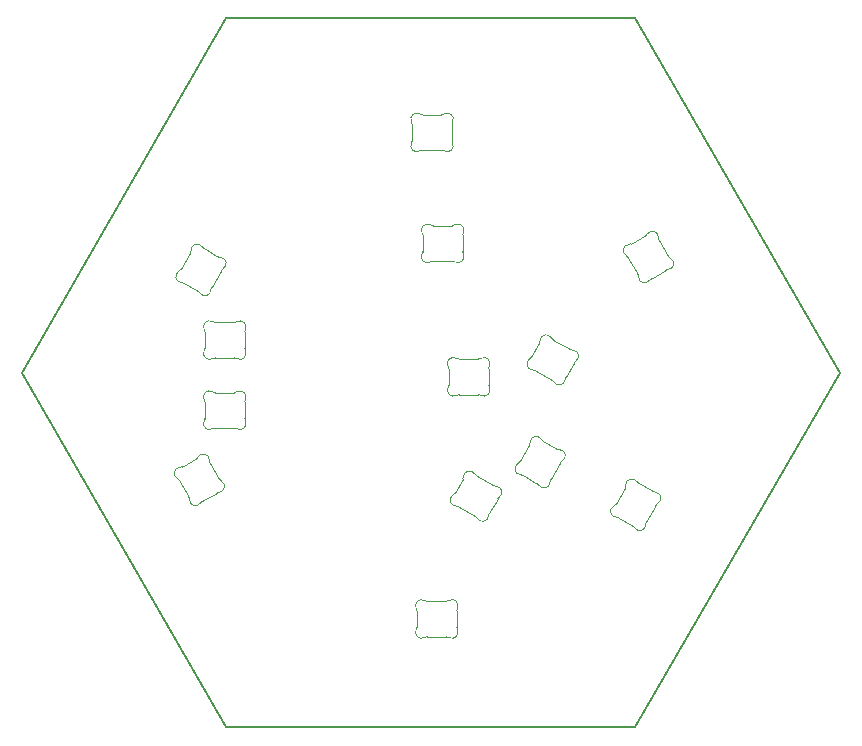
<source format=gbr>
%TF.GenerationSoftware,KiCad,Pcbnew,8.0.8*%
%TF.CreationDate,2025-04-07T13:45:20-04:00*%
%TF.ProjectId,pcb_tile_game_tile_ssa,7063625f-7469-46c6-955f-67616d655f74,1.0*%
%TF.SameCoordinates,Original*%
%TF.FileFunction,Profile,NP*%
%FSLAX46Y46*%
G04 Gerber Fmt 4.6, Leading zero omitted, Abs format (unit mm)*
G04 Created by KiCad (PCBNEW 8.0.8) date 2025-04-07 13:45:20*
%MOMM*%
%LPD*%
G01*
G04 APERTURE LIST*
%TA.AperFunction,Profile*%
%ADD10C,0.200000*%
%TD*%
%TA.AperFunction,Profile*%
%ADD11C,0.100000*%
%TD*%
G04 APERTURE END LIST*
D10*
X122739492Y-110000000D02*
X157380508Y-110000000D01*
X157380508Y-110000000D02*
X174701016Y-80000000D01*
X174701016Y-80000000D02*
X157380508Y-50000000D01*
X122739492Y-50000000D02*
X105418984Y-80000000D01*
X105418984Y-80000000D02*
X122739492Y-110000000D01*
X157380508Y-50000000D02*
X122739492Y-50000000D01*
D11*
%TO.C,LED2*%
X142064451Y-90209160D02*
X142767293Y-88991802D01*
X143826130Y-92146745D02*
X142450098Y-91352293D01*
X143950097Y-88754217D02*
X145326129Y-89548669D01*
X145711777Y-90691801D02*
X145008935Y-91909159D01*
X142064451Y-90209160D02*
G75*
G02*
X141913149Y-90372229I-432698J249747D01*
G01*
X142197486Y-91285312D02*
G75*
G02*
X141913160Y-90372243I-2615J499989D01*
G01*
X142197486Y-91285312D02*
G75*
G02*
X142450098Y-91352293I2596J-500046D01*
G01*
X142832876Y-88779238D02*
G75*
G02*
X142767295Y-88991802I-497914J37220D01*
G01*
X142832876Y-88779238D02*
G75*
G02*
X143765783Y-88568940I498595J-37436D01*
G01*
X143826130Y-92146745D02*
G75*
G02*
X144010442Y-92332022I-250002J-433013D01*
G01*
X143950097Y-88754217D02*
G75*
G02*
X143765785Y-88568939I250006J433018D01*
G01*
X144943352Y-92121723D02*
G75*
G02*
X144010443Y-92332021I-498596J37435D01*
G01*
X144943352Y-92121723D02*
G75*
G02*
X145008935Y-91909160I498586J-37433D01*
G01*
X145578742Y-89615649D02*
G75*
G02*
X145326130Y-89548669I-2610J500002D01*
G01*
X145578742Y-89615649D02*
G75*
G02*
X145863072Y-90528722I2610J-499994D01*
G01*
X145711777Y-90691801D02*
G75*
G02*
X145863072Y-90528722I432991J-249982D01*
G01*
%TO.C,LED11*%
X120910001Y-83882842D02*
X120910001Y-82477158D01*
X121815547Y-81680001D02*
X123404452Y-81680001D01*
X123404452Y-84680000D02*
X121815548Y-84680000D01*
X124309999Y-82477158D02*
X124309999Y-83882842D01*
X120860516Y-82260280D02*
G75*
G02*
X120910003Y-82477157I-449816J-216724D01*
G01*
X120860516Y-82260280D02*
G75*
G02*
X121563287Y-81611705I450514J216876D01*
G01*
X120910001Y-83882842D02*
G75*
G02*
X120860523Y-84099723I-499801J-62D01*
G01*
X121563289Y-84748299D02*
G75*
G02*
X120860510Y-84099716I-252259J431705D01*
G01*
X121563289Y-84748299D02*
G75*
G02*
X121815548Y-84680001I252251J-431685D01*
G01*
X121815547Y-81680001D02*
G75*
G02*
X121563289Y-81611702I3J500007D01*
G01*
X123404452Y-84680000D02*
G75*
G02*
X123656710Y-84748299I-3J-500009D01*
G01*
X123656711Y-81611701D02*
G75*
G02*
X123404453Y-81680000I-252261J431710D01*
G01*
X123656711Y-81611701D02*
G75*
G02*
X124359484Y-82260280I252258J-431701D01*
G01*
X124309999Y-82477158D02*
G75*
G02*
X124359484Y-82260280I499990J2D01*
G01*
X124359484Y-84099720D02*
G75*
G02*
X123656711Y-84748297I-450515J-216877D01*
G01*
X124359484Y-84099720D02*
G75*
G02*
X124309999Y-83882843I450505J216876D01*
G01*
%TO.C,LED8*%
X139360003Y-69752842D02*
X139360001Y-68347157D01*
X140265549Y-67550001D02*
X141854453Y-67550000D01*
X141854454Y-70549999D02*
X140265549Y-70549997D01*
X142760001Y-68347157D02*
X142759999Y-69752840D01*
X139310515Y-68130277D02*
G75*
G02*
X139360001Y-68347156I-450714J-216926D01*
G01*
X139310515Y-68130277D02*
G75*
G02*
X140013287Y-67481702I450516J216874D01*
G01*
X139360003Y-69752842D02*
G75*
G02*
X139310515Y-69969719I-499702J-61D01*
G01*
X140013291Y-70618299D02*
G75*
G02*
X139310522Y-69969720I-252260J431696D01*
G01*
X140013291Y-70618299D02*
G75*
G02*
X140265549Y-70549997I252270J-431724D01*
G01*
X140265549Y-67550001D02*
G75*
G02*
X140013288Y-67481700I-8J499968D01*
G01*
X141854454Y-70549999D02*
G75*
G02*
X142106710Y-70618297I-12J-500041D01*
G01*
X142106712Y-67481701D02*
G75*
G02*
X141854454Y-67549999I-252262J431723D01*
G01*
X142106712Y-67481701D02*
G75*
G02*
X142809485Y-68130280I252260J-431699D01*
G01*
X142760001Y-68347157D02*
G75*
G02*
X142809485Y-68130280I500008J-1D01*
G01*
X142809486Y-69969719D02*
G75*
G02*
X142106712Y-70618296I-450516J-216876D01*
G01*
X142809486Y-69969719D02*
G75*
G02*
X142760000Y-69752842I450477J216872D01*
G01*
%TO.C,LED9*%
X138460001Y-60352842D02*
X138460001Y-58947158D01*
X139365547Y-58150001D02*
X140954452Y-58150001D01*
X140954452Y-61150000D02*
X139365548Y-61150000D01*
X141859999Y-58947158D02*
X141859999Y-60352842D01*
X138410516Y-58730280D02*
G75*
G02*
X138460003Y-58947157I-449816J-216724D01*
G01*
X138410516Y-58730280D02*
G75*
G02*
X139113287Y-58081705I450514J216876D01*
G01*
X138460001Y-60352842D02*
G75*
G02*
X138410514Y-60569719I-499701J-62D01*
G01*
X139113289Y-61218299D02*
G75*
G02*
X138410522Y-60569722I-252259J431695D01*
G01*
X139113289Y-61218299D02*
G75*
G02*
X139365548Y-61149999I252261J-431705D01*
G01*
X139365547Y-58150001D02*
G75*
G02*
X139113289Y-58081702I3J500007D01*
G01*
X140954452Y-61150000D02*
G75*
G02*
X141206710Y-61218299I-3J-500009D01*
G01*
X141206711Y-58081701D02*
G75*
G02*
X140954453Y-58150000I-252261J431710D01*
G01*
X141206711Y-58081701D02*
G75*
G02*
X141909484Y-58730280I252258J-431701D01*
G01*
X141859999Y-58947158D02*
G75*
G02*
X141909484Y-58730280I499990J2D01*
G01*
X141909484Y-60569720D02*
G75*
G02*
X141206711Y-61218297I-450515J-216877D01*
G01*
X141909484Y-60569720D02*
G75*
G02*
X141859999Y-60352843I450505J216876D01*
G01*
%TO.C,LED1*%
X138860001Y-101552842D02*
X138860001Y-100147158D01*
X139765547Y-99350001D02*
X141354452Y-99350001D01*
X141354452Y-102350000D02*
X139765548Y-102350000D01*
X142259999Y-100147158D02*
X142259999Y-101552842D01*
X138810516Y-99930280D02*
G75*
G02*
X138860003Y-100147157I-449816J-216724D01*
G01*
X138810516Y-99930280D02*
G75*
G02*
X139513287Y-99281705I450514J216876D01*
G01*
X138860001Y-101552842D02*
G75*
G02*
X138810523Y-101769723I-499801J-62D01*
G01*
X139513289Y-102418299D02*
G75*
G02*
X138810510Y-101769716I-252259J431705D01*
G01*
X139513289Y-102418299D02*
G75*
G02*
X139765548Y-102350001I252251J-431685D01*
G01*
X139765547Y-99350001D02*
G75*
G02*
X139513289Y-99281702I3J500007D01*
G01*
X141354452Y-102350000D02*
G75*
G02*
X141606710Y-102418299I-3J-500009D01*
G01*
X141606711Y-99281701D02*
G75*
G02*
X141354453Y-99350000I-252261J431710D01*
G01*
X141606711Y-99281701D02*
G75*
G02*
X142309484Y-99930280I252258J-431701D01*
G01*
X142259999Y-100147158D02*
G75*
G02*
X142309484Y-99930280I499990J2D01*
G01*
X142309484Y-101769720D02*
G75*
G02*
X141606711Y-102418297I-450515J-216877D01*
G01*
X142309484Y-101769720D02*
G75*
G02*
X142259999Y-101552843I450505J216876D01*
G01*
%TO.C,LED3*%
X148552547Y-78678173D02*
X149255389Y-77460815D01*
X150314226Y-80615758D02*
X148938194Y-79821306D01*
X150438193Y-77223230D02*
X151814225Y-78017682D01*
X152199873Y-79160814D02*
X151497031Y-80378172D01*
X148552547Y-78678173D02*
G75*
G02*
X148401245Y-78841242I-432698J249747D01*
G01*
X148685582Y-79754325D02*
G75*
G02*
X148401256Y-78841256I-2615J499989D01*
G01*
X148685582Y-79754325D02*
G75*
G02*
X148938194Y-79821306I2596J-500046D01*
G01*
X149320972Y-77248251D02*
G75*
G02*
X149255391Y-77460815I-497914J37220D01*
G01*
X149320972Y-77248251D02*
G75*
G02*
X150253879Y-77037953I498595J-37436D01*
G01*
X150314226Y-80615758D02*
G75*
G02*
X150498538Y-80801035I-250002J-433013D01*
G01*
X150438193Y-77223230D02*
G75*
G02*
X150253881Y-77037952I250006J433018D01*
G01*
X151431448Y-80590736D02*
G75*
G02*
X150498539Y-80801034I-498596J37435D01*
G01*
X151431448Y-80590736D02*
G75*
G02*
X151497031Y-80378173I498586J-37433D01*
G01*
X152066838Y-78084662D02*
G75*
G02*
X151814226Y-78017682I-2610J500002D01*
G01*
X152066838Y-78084662D02*
G75*
G02*
X152351168Y-78997735I2610J-499994D01*
G01*
X152199873Y-79160814D02*
G75*
G02*
X152351168Y-78997735I432991J-249982D01*
G01*
%TO.C,LED5*%
X155714218Y-91114683D02*
X156508669Y-89738651D01*
X157169160Y-93000329D02*
X155951802Y-92297487D01*
X157651801Y-89353002D02*
X158869159Y-90055845D01*
X159106745Y-91238650D02*
X158312292Y-92614682D01*
X155714218Y-91114683D02*
G75*
G02*
X155528940Y-91298998I-433057J250040D01*
G01*
X155739238Y-92231903D02*
G75*
G02*
X155528940Y-91298999I37436J498594D01*
G01*
X155739238Y-92231903D02*
G75*
G02*
X155951799Y-92297488I-37774J-499674D01*
G01*
X156575649Y-89486037D02*
G75*
G02*
X156508669Y-89738650I-499997J-2612D01*
G01*
X156575649Y-89486037D02*
G75*
G02*
X157488723Y-89201708I499996J2604D01*
G01*
X157169160Y-93000329D02*
G75*
G02*
X157332238Y-93151625I-249797J-432785D01*
G01*
X157651801Y-89353002D02*
G75*
G02*
X157488722Y-89201709I249946J432955D01*
G01*
X158245312Y-92867294D02*
G75*
G02*
X157332243Y-93151620I-499989J-2615D01*
G01*
X158245312Y-92867294D02*
G75*
G02*
X158312292Y-92614682I499998J2612D01*
G01*
X159081724Y-90121428D02*
G75*
G02*
X158869159Y-90055845I37350J498330D01*
G01*
X159081724Y-90121428D02*
G75*
G02*
X159292021Y-91054335I-37436J-498595D01*
G01*
X159106745Y-91238650D02*
G75*
G02*
X159292022Y-91054338I433013J-250002D01*
G01*
%TO.C,LED13*%
X118904217Y-71234683D02*
X119698669Y-69858651D01*
X120359160Y-73120329D02*
X119141802Y-72417487D01*
X120841801Y-69473003D02*
X122059159Y-70175845D01*
X122296745Y-71358650D02*
X121502293Y-72734682D01*
X118904217Y-71234683D02*
G75*
G02*
X118718939Y-71418995I-433018J250006D01*
G01*
X118929238Y-72351904D02*
G75*
G02*
X118718940Y-71418997I37436J498595D01*
G01*
X118929238Y-72351904D02*
G75*
G02*
X119141802Y-72417485I-37220J-497914D01*
G01*
X119765649Y-69606038D02*
G75*
G02*
X119698669Y-69858650I-500002J-2610D01*
G01*
X119765649Y-69606038D02*
G75*
G02*
X120678722Y-69321708I499994J2610D01*
G01*
X120359160Y-73120329D02*
G75*
G02*
X120522238Y-73271625I-249797J-432785D01*
G01*
X120841801Y-69473003D02*
G75*
G02*
X120678722Y-69321708I249982J432991D01*
G01*
X121435312Y-72987294D02*
G75*
G02*
X120522243Y-73271620I-499989J-2615D01*
G01*
X121435312Y-72987294D02*
G75*
G02*
X121502293Y-72734682I500046J2596D01*
G01*
X122271723Y-70241428D02*
G75*
G02*
X122059160Y-70175845I37433J498586D01*
G01*
X122271723Y-70241428D02*
G75*
G02*
X122482021Y-71174337I-37435J-498596D01*
G01*
X122296745Y-71358650D02*
G75*
G02*
X122482022Y-71174338I433013J-250002D01*
G01*
%TO.C,LED6*%
X147614217Y-87514683D02*
X148408669Y-86138651D01*
X149069160Y-89400329D02*
X147851802Y-88697487D01*
X149551801Y-85753003D02*
X150769159Y-86455845D01*
X151006745Y-87638650D02*
X150212293Y-89014682D01*
X147614217Y-87514683D02*
G75*
G02*
X147428939Y-87698995I-433018J250006D01*
G01*
X147639238Y-88631904D02*
G75*
G02*
X147428940Y-87698997I37436J498595D01*
G01*
X147639238Y-88631904D02*
G75*
G02*
X147851802Y-88697485I-37220J-497914D01*
G01*
X148475649Y-85886038D02*
G75*
G02*
X148408669Y-86138650I-500002J-2610D01*
G01*
X148475649Y-85886038D02*
G75*
G02*
X149388722Y-85601708I499994J2610D01*
G01*
X149069160Y-89400329D02*
G75*
G02*
X149232229Y-89551631I-249747J-432698D01*
G01*
X149551801Y-85753003D02*
G75*
G02*
X149388722Y-85601708I249982J432991D01*
G01*
X150145312Y-89267294D02*
G75*
G02*
X149232243Y-89551620I-499989J-2615D01*
G01*
X150145312Y-89267294D02*
G75*
G02*
X150212293Y-89014682I500046J2596D01*
G01*
X150981723Y-86521428D02*
G75*
G02*
X150769160Y-86455845I37433J498586D01*
G01*
X150981723Y-86521428D02*
G75*
G02*
X151192021Y-87454337I-37435J-498596D01*
G01*
X151006745Y-87638650D02*
G75*
G02*
X151192022Y-87454338I433013J-250002D01*
G01*
%TO.C,LED10*%
X119001802Y-87942513D02*
X120219160Y-87239671D01*
X119558669Y-90501350D02*
X118764216Y-89125319D01*
X121362291Y-87625318D02*
X122156744Y-89001350D01*
X121919159Y-90184155D02*
X120701801Y-90886997D01*
X118578938Y-88941005D02*
G75*
G02*
X118764217Y-89125318I-247686J-434265D01*
G01*
X118578938Y-88941005D02*
G75*
G02*
X118789239Y-88008090I247738J434315D01*
G01*
X119001802Y-87942513D02*
G75*
G02*
X118789237Y-88008094I-249904J432723D01*
G01*
X119558669Y-90501350D02*
G75*
G02*
X119625649Y-90753961I-433015J-249999D01*
G01*
X120382239Y-87088377D02*
G75*
G02*
X120219162Y-87239672I-412596J281191D01*
G01*
X120382239Y-87088377D02*
G75*
G02*
X121295309Y-87372707I413078J-281718D01*
G01*
X120538722Y-91038292D02*
G75*
G02*
X119625651Y-90753961I-413078J281720D01*
G01*
X120538722Y-91038292D02*
G75*
G02*
X120701800Y-90886998I413062J-281696D01*
G01*
X121362291Y-87625318D02*
G75*
G02*
X121295311Y-87372707I433021J250001D01*
G01*
X121919159Y-90184155D02*
G75*
G02*
X122131724Y-90118572I249966J-432912D01*
G01*
X122342023Y-89185663D02*
G75*
G02*
X122131724Y-90118573I-247735J-434313D01*
G01*
X122342023Y-89185663D02*
G75*
G02*
X122156745Y-89001350I247741J434320D01*
G01*
%TO.C,LED4*%
X157022122Y-69082779D02*
X158239480Y-68379937D01*
X157578988Y-71641616D02*
X156784536Y-70265584D01*
X159382611Y-68765584D02*
X160177064Y-70141616D01*
X159939479Y-71324421D02*
X158722121Y-72027263D01*
X156599258Y-70081271D02*
G75*
G02*
X156784537Y-70265584I-247737J-434317D01*
G01*
X156599258Y-70081271D02*
G75*
G02*
X156809559Y-69148356I247738J434315D01*
G01*
X157022122Y-69082779D02*
G75*
G02*
X156809558Y-69148362I-249886J432652D01*
G01*
X157578988Y-71641616D02*
G75*
G02*
X157645969Y-71894227I-433033J-250007D01*
G01*
X158402559Y-68228642D02*
G75*
G02*
X158239482Y-68379937I-412596J281190D01*
G01*
X158402559Y-68228642D02*
G75*
G02*
X159315629Y-68512973I413078J-281719D01*
G01*
X158559042Y-72178558D02*
G75*
G02*
X157645971Y-71894227I-413078J281720D01*
G01*
X158559042Y-72178558D02*
G75*
G02*
X158722120Y-72027264I413062J-281696D01*
G01*
X159382611Y-68765584D02*
G75*
G02*
X159315631Y-68512973I433021J250001D01*
G01*
X159939479Y-71324421D02*
G75*
G02*
X160152043Y-71258838I249996J-433004D01*
G01*
X160362343Y-70325929D02*
G75*
G02*
X160152043Y-71258837I-247735J-434312D01*
G01*
X160362343Y-70325929D02*
G75*
G02*
X160177065Y-70141616I247741J434320D01*
G01*
%TO.C,LED7*%
X141560000Y-81052842D02*
X141560001Y-79647158D01*
X142465547Y-78850001D02*
X144054452Y-78850002D01*
X144054452Y-81850000D02*
X142465548Y-81850000D01*
X144959999Y-79647158D02*
X144959999Y-81052842D01*
X141510516Y-79430280D02*
G75*
G02*
X141560003Y-79647157I-449816J-216724D01*
G01*
X141510516Y-79430280D02*
G75*
G02*
X142213288Y-78781705I450514J216876D01*
G01*
X141560000Y-81052842D02*
G75*
G02*
X141510522Y-81269722I-499800J-62D01*
G01*
X142213289Y-81918299D02*
G75*
G02*
X141510510Y-81269716I-252259J431705D01*
G01*
X142213289Y-81918299D02*
G75*
G02*
X142465548Y-81850001I252251J-431685D01*
G01*
X142465547Y-78850001D02*
G75*
G02*
X142213290Y-78781702I3J500007D01*
G01*
X144054452Y-81850000D02*
G75*
G02*
X144306711Y-81918298I-5J-500028D01*
G01*
X144306711Y-78781701D02*
G75*
G02*
X144054453Y-78850000I-252261J431710D01*
G01*
X144306711Y-78781701D02*
G75*
G02*
X145009485Y-79430279I252258J-431701D01*
G01*
X144959999Y-79647158D02*
G75*
G02*
X145009485Y-79430279I499972J5D01*
G01*
X145009483Y-81269720D02*
G75*
G02*
X144306711Y-81918297I-450514J-216877D01*
G01*
X145009483Y-81269720D02*
G75*
G02*
X144959999Y-81052843I450477J216867D01*
G01*
%TO.C,LED12*%
X120910001Y-77942842D02*
X120910001Y-76537158D01*
X121815547Y-75740001D02*
X123404452Y-75740001D01*
X123404452Y-78740000D02*
X121815548Y-78740000D01*
X124309999Y-76537158D02*
X124309999Y-77942842D01*
X120860516Y-76320280D02*
G75*
G02*
X120910003Y-76537157I-449816J-216724D01*
G01*
X120860516Y-76320280D02*
G75*
G02*
X121563287Y-75671705I450514J216876D01*
G01*
X120910001Y-77942842D02*
G75*
G02*
X120860523Y-78159723I-499801J-62D01*
G01*
X121563289Y-78808299D02*
G75*
G02*
X120860510Y-78159716I-252259J431705D01*
G01*
X121563289Y-78808299D02*
G75*
G02*
X121815548Y-78740001I252251J-431685D01*
G01*
X121815547Y-75740001D02*
G75*
G02*
X121563289Y-75671702I3J500007D01*
G01*
X123404452Y-78740000D02*
G75*
G02*
X123656710Y-78808299I-3J-500009D01*
G01*
X123656711Y-75671701D02*
G75*
G02*
X123404453Y-75740000I-252261J431710D01*
G01*
X123656711Y-75671701D02*
G75*
G02*
X124359484Y-76320280I252258J-431701D01*
G01*
X124309999Y-76537158D02*
G75*
G02*
X124359484Y-76320280I499990J2D01*
G01*
X124359484Y-78159720D02*
G75*
G02*
X123656711Y-78808297I-450515J-216877D01*
G01*
X124359484Y-78159720D02*
G75*
G02*
X124309999Y-77942843I450505J216876D01*
G01*
%TD*%
M02*

</source>
